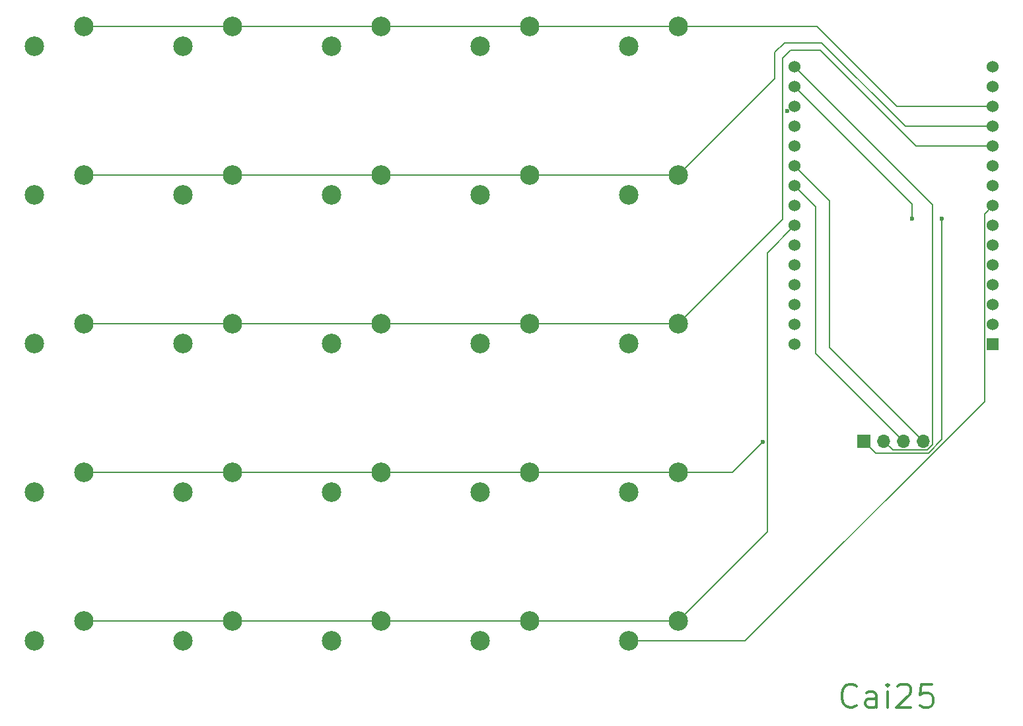
<source format=gbr>
%TF.GenerationSoftware,KiCad,Pcbnew,8.0.6*%
%TF.CreationDate,2024-10-21T09:57:29+07:00*%
%TF.ProjectId,CaiPad25_ESP32,43616950-6164-4323-955f-45535033322e,rev?*%
%TF.SameCoordinates,Original*%
%TF.FileFunction,Copper,L1,Top*%
%TF.FilePolarity,Positive*%
%FSLAX46Y46*%
G04 Gerber Fmt 4.6, Leading zero omitted, Abs format (unit mm)*
G04 Created by KiCad (PCBNEW 8.0.6) date 2024-10-21 09:57:29*
%MOMM*%
%LPD*%
G01*
G04 APERTURE LIST*
%ADD10C,0.300000*%
%TA.AperFunction,NonConductor*%
%ADD11C,0.300000*%
%TD*%
%TA.AperFunction,ComponentPad*%
%ADD12C,2.500000*%
%TD*%
%TA.AperFunction,ComponentPad*%
%ADD13R,1.524000X1.524000*%
%TD*%
%TA.AperFunction,ComponentPad*%
%ADD14C,1.524000*%
%TD*%
%TA.AperFunction,ComponentPad*%
%ADD15R,1.700000X1.700000*%
%TD*%
%TA.AperFunction,ComponentPad*%
%ADD16O,1.700000X1.700000*%
%TD*%
%TA.AperFunction,ViaPad*%
%ADD17C,0.600000*%
%TD*%
%TA.AperFunction,Conductor*%
%ADD18C,0.200000*%
%TD*%
G04 APERTURE END LIST*
D10*
D11*
X149225939Y-129531542D02*
X149083082Y-129674400D01*
X149083082Y-129674400D02*
X148654510Y-129817257D01*
X148654510Y-129817257D02*
X148368796Y-129817257D01*
X148368796Y-129817257D02*
X147940225Y-129674400D01*
X147940225Y-129674400D02*
X147654510Y-129388685D01*
X147654510Y-129388685D02*
X147511653Y-129102971D01*
X147511653Y-129102971D02*
X147368796Y-128531542D01*
X147368796Y-128531542D02*
X147368796Y-128102971D01*
X147368796Y-128102971D02*
X147511653Y-127531542D01*
X147511653Y-127531542D02*
X147654510Y-127245828D01*
X147654510Y-127245828D02*
X147940225Y-126960114D01*
X147940225Y-126960114D02*
X148368796Y-126817257D01*
X148368796Y-126817257D02*
X148654510Y-126817257D01*
X148654510Y-126817257D02*
X149083082Y-126960114D01*
X149083082Y-126960114D02*
X149225939Y-127102971D01*
X151797368Y-129817257D02*
X151797368Y-128245828D01*
X151797368Y-128245828D02*
X151654510Y-127960114D01*
X151654510Y-127960114D02*
X151368796Y-127817257D01*
X151368796Y-127817257D02*
X150797368Y-127817257D01*
X150797368Y-127817257D02*
X150511653Y-127960114D01*
X151797368Y-129674400D02*
X151511653Y-129817257D01*
X151511653Y-129817257D02*
X150797368Y-129817257D01*
X150797368Y-129817257D02*
X150511653Y-129674400D01*
X150511653Y-129674400D02*
X150368796Y-129388685D01*
X150368796Y-129388685D02*
X150368796Y-129102971D01*
X150368796Y-129102971D02*
X150511653Y-128817257D01*
X150511653Y-128817257D02*
X150797368Y-128674400D01*
X150797368Y-128674400D02*
X151511653Y-128674400D01*
X151511653Y-128674400D02*
X151797368Y-128531542D01*
X153225939Y-129817257D02*
X153225939Y-127817257D01*
X153225939Y-126817257D02*
X153083082Y-126960114D01*
X153083082Y-126960114D02*
X153225939Y-127102971D01*
X153225939Y-127102971D02*
X153368796Y-126960114D01*
X153368796Y-126960114D02*
X153225939Y-126817257D01*
X153225939Y-126817257D02*
X153225939Y-127102971D01*
X154511653Y-127102971D02*
X154654510Y-126960114D01*
X154654510Y-126960114D02*
X154940225Y-126817257D01*
X154940225Y-126817257D02*
X155654510Y-126817257D01*
X155654510Y-126817257D02*
X155940225Y-126960114D01*
X155940225Y-126960114D02*
X156083082Y-127102971D01*
X156083082Y-127102971D02*
X156225939Y-127388685D01*
X156225939Y-127388685D02*
X156225939Y-127674400D01*
X156225939Y-127674400D02*
X156083082Y-128102971D01*
X156083082Y-128102971D02*
X154368796Y-129817257D01*
X154368796Y-129817257D02*
X156225939Y-129817257D01*
X158940225Y-126817257D02*
X157511653Y-126817257D01*
X157511653Y-126817257D02*
X157368796Y-128245828D01*
X157368796Y-128245828D02*
X157511653Y-128102971D01*
X157511653Y-128102971D02*
X157797368Y-127960114D01*
X157797368Y-127960114D02*
X158511653Y-127960114D01*
X158511653Y-127960114D02*
X158797368Y-128102971D01*
X158797368Y-128102971D02*
X158940225Y-128245828D01*
X158940225Y-128245828D02*
X159083082Y-128531542D01*
X159083082Y-128531542D02*
X159083082Y-129245828D01*
X159083082Y-129245828D02*
X158940225Y-129531542D01*
X158940225Y-129531542D02*
X158797368Y-129674400D01*
X158797368Y-129674400D02*
X158511653Y-129817257D01*
X158511653Y-129817257D02*
X157797368Y-129817257D01*
X157797368Y-129817257D02*
X157511653Y-129674400D01*
X157511653Y-129674400D02*
X157368796Y-129531542D01*
D12*
%TO.P,S7,1,1*%
%TO.N,Column 1*%
X62865000Y-64135000D03*
%TO.P,S7,2,2*%
%TO.N,Row 1*%
X69215000Y-61595000D03*
%TD*%
%TO.P,S12,1,1*%
%TO.N,Column 1*%
X62865000Y-83185000D03*
%TO.P,S12,2,2*%
%TO.N,Row 2*%
X69215000Y-80645000D03*
%TD*%
%TO.P,S4,1,1*%
%TO.N,Column 3*%
X100965000Y-45085000D03*
%TO.P,S4,2,2*%
%TO.N,Row 0*%
X107315000Y-42545000D03*
%TD*%
%TO.P,S16,1,1*%
%TO.N,Column 0*%
X43815000Y-102235000D03*
%TO.P,S16,2,2*%
%TO.N,Row 3*%
X50165000Y-99695000D03*
%TD*%
%TO.P,S14,1,1*%
%TO.N,Column 3*%
X100965000Y-83185000D03*
%TO.P,S14,2,2*%
%TO.N,Row 2*%
X107315000Y-80645000D03*
%TD*%
%TO.P,S21,1,1*%
%TO.N,Column 0*%
X43815000Y-121285000D03*
%TO.P,S21,2,2*%
%TO.N,Row 4*%
X50165000Y-118745000D03*
%TD*%
%TO.P,S5,1,1*%
%TO.N,Column 4*%
X120015000Y-45085000D03*
%TO.P,S5,2,2*%
%TO.N,Row 0*%
X126365000Y-42545000D03*
%TD*%
%TO.P,S3,1,1*%
%TO.N,Column 2*%
X81915000Y-45085000D03*
%TO.P,S3,2,2*%
%TO.N,Row 0*%
X88265000Y-42545000D03*
%TD*%
%TO.P,S1,1,1*%
%TO.N,Column 0*%
X43815000Y-45085000D03*
%TO.P,S1,2,2*%
%TO.N,Row 0*%
X50165000Y-42545000D03*
%TD*%
%TO.P,S13,1,1*%
%TO.N,Column 2*%
X81915000Y-83185000D03*
%TO.P,S13,2,2*%
%TO.N,Row 2*%
X88265000Y-80645000D03*
%TD*%
%TO.P,S11,1,1*%
%TO.N,Column 0*%
X43815000Y-83185000D03*
%TO.P,S11,2,2*%
%TO.N,Row 2*%
X50165000Y-80645000D03*
%TD*%
%TO.P,S22,1,1*%
%TO.N,Column 1*%
X62865000Y-121285000D03*
%TO.P,S22,2,2*%
%TO.N,Row 4*%
X69215000Y-118745000D03*
%TD*%
%TO.P,S17,1,1*%
%TO.N,Column 1*%
X62865000Y-102235000D03*
%TO.P,S17,2,2*%
%TO.N,Row 3*%
X69215000Y-99695000D03*
%TD*%
%TO.P,S2,1,1*%
%TO.N,Column 1*%
X62865000Y-45085000D03*
%TO.P,S2,2,2*%
%TO.N,Row 0*%
X69215000Y-42545000D03*
%TD*%
%TO.P,S24,1,1*%
%TO.N,Column 3*%
X100965000Y-121285000D03*
%TO.P,S24,2,2*%
%TO.N,Row 4*%
X107315000Y-118745000D03*
%TD*%
%TO.P,S9,1,1*%
%TO.N,Column 3*%
X100965000Y-64135000D03*
%TO.P,S9,2,2*%
%TO.N,Row 1*%
X107315000Y-61595000D03*
%TD*%
%TO.P,S20,1,1*%
%TO.N,Column 4*%
X120015000Y-102235000D03*
%TO.P,S20,2,2*%
%TO.N,Row 3*%
X126365000Y-99695000D03*
%TD*%
%TO.P,S18,1,1*%
%TO.N,Column 2*%
X81915000Y-102235000D03*
%TO.P,S18,2,2*%
%TO.N,Row 3*%
X88265000Y-99695000D03*
%TD*%
%TO.P,S25,1,1*%
%TO.N,Column 4*%
X120015000Y-121285000D03*
%TO.P,S25,2,2*%
%TO.N,Row 4*%
X126365000Y-118745000D03*
%TD*%
%TO.P,S8,1,1*%
%TO.N,Column 2*%
X81915000Y-64135000D03*
%TO.P,S8,2,2*%
%TO.N,Row 1*%
X88265000Y-61595000D03*
%TD*%
%TO.P,S23,1,1*%
%TO.N,Column 2*%
X81915000Y-121285000D03*
%TO.P,S23,2,2*%
%TO.N,Row 4*%
X88265000Y-118745000D03*
%TD*%
D13*
%TO.P,U1,1,EN*%
%TO.N,unconnected-(U1-EN-Pad1)*%
X166714214Y-83274214D03*
D14*
%TO.P,U1,2,SENSOR_VP*%
%TO.N,unconnected-(U1-SENSOR_VP-Pad2)*%
X166714214Y-80734214D03*
%TO.P,U1,3,SENSOR_VN*%
%TO.N,unconnected-(U1-SENSOR_VN-Pad3)*%
X166714214Y-78194214D03*
%TO.P,U1,4,IO34*%
%TO.N,unconnected-(U1-IO34-Pad4)*%
X166714214Y-75654214D03*
%TO.P,U1,5,IO35*%
%TO.N,unconnected-(U1-IO35-Pad5)*%
X166714214Y-73114214D03*
%TO.P,U1,6,IO32*%
%TO.N,unconnected-(U1-IO32-Pad6)*%
X166714214Y-70574214D03*
%TO.P,U1,7,IO33*%
%TO.N,unconnected-(U1-IO33-Pad7)*%
X166714214Y-68034214D03*
%TO.P,U1,8,IO25*%
%TO.N,Column 4*%
X166714214Y-65494214D03*
%TO.P,U1,9,IO26*%
%TO.N,unconnected-(U1-IO26-Pad9)*%
X166714214Y-62954214D03*
%TO.P,U1,10,IO27*%
%TO.N,unconnected-(U1-IO27-Pad10)*%
X166714214Y-60414214D03*
%TO.P,U1,11,IO14*%
%TO.N,Row 2*%
X166714214Y-57874214D03*
%TO.P,U1,12,IO12*%
%TO.N,Row 1*%
X166714214Y-55334214D03*
%TO.P,U1,13,IO13*%
%TO.N,Row 0*%
X166714214Y-52794214D03*
%TO.P,U1,14,GND*%
%TO.N,unconnected-(U1-GND-Pad14)*%
X166714214Y-50254214D03*
%TO.P,U1,15,VIN*%
%TO.N,unconnected-(U1-VIN-Pad15)*%
X166714214Y-47714214D03*
%TO.P,U1,16,3V3*%
%TO.N,Net-(J1-VCC)*%
X141314214Y-47714214D03*
%TO.P,U1,17,GND*%
%TO.N,Net-(J1-GND)*%
X141314214Y-50254214D03*
%TO.P,U1,18,IO15*%
%TO.N,Row 3*%
X141314214Y-52794214D03*
%TO.P,U1,19,IO2*%
%TO.N,unconnected-(U1-IO2-Pad19)*%
X141314214Y-55334214D03*
%TO.P,U1,20,IO4*%
%TO.N,unconnected-(U1-IO4-Pad20)*%
X141314214Y-57874214D03*
%TO.P,U1,21,IO16*%
%TO.N,Net-(J1-SDA)*%
X141314214Y-60414214D03*
%TO.P,U1,22,IO17*%
%TO.N,Net-(J1-SCL)*%
X141314214Y-62954214D03*
%TO.P,U1,23,IO5*%
%TO.N,unconnected-(U1-IO5-Pad23)*%
X141314214Y-65494214D03*
%TO.P,U1,24,IO18*%
%TO.N,Row 4*%
X141314214Y-68034214D03*
%TO.P,U1,25,IO19*%
%TO.N,Column 0*%
X141314214Y-70574214D03*
%TO.P,U1,26,IO21*%
%TO.N,Column 1*%
X141314214Y-73114214D03*
%TO.P,U1,27,RXD0/IO3*%
%TO.N,unconnected-(U1-RXD0{slash}IO3-Pad27)*%
X141314214Y-75654214D03*
%TO.P,U1,28,TXD0/IO1*%
%TO.N,unconnected-(U1-TXD0{slash}IO1-Pad28)*%
X141314214Y-78194214D03*
%TO.P,U1,29,IO22*%
%TO.N,Column 2*%
X141314214Y-80734214D03*
%TO.P,U1,30,IO23*%
%TO.N,Column 3*%
X141314214Y-83274214D03*
%TD*%
D12*
%TO.P,S10,1,1*%
%TO.N,Column 4*%
X120015000Y-64135000D03*
%TO.P,S10,2,2*%
%TO.N,Row 1*%
X126365000Y-61595000D03*
%TD*%
%TO.P,S15,1,1*%
%TO.N,Column 4*%
X120015000Y-83185000D03*
%TO.P,S15,2,2*%
%TO.N,Row 2*%
X126365000Y-80645000D03*
%TD*%
%TO.P,S19,1,1*%
%TO.N,Column 3*%
X100965000Y-102235000D03*
%TO.P,S19,2,2*%
%TO.N,Row 3*%
X107315000Y-99695000D03*
%TD*%
%TO.P,S6,1,1*%
%TO.N,Column 0*%
X43815000Y-64135000D03*
%TO.P,S6,2,2*%
%TO.N,Row 1*%
X50165000Y-61595000D03*
%TD*%
D15*
%TO.P,J1,1,GND*%
%TO.N,Net-(J1-GND)*%
X150190000Y-95670000D03*
D16*
%TO.P,J1,2,VCC*%
%TO.N,Net-(J1-VCC)*%
X152730000Y-95670000D03*
%TO.P,J1,3,SCL*%
%TO.N,Net-(J1-SCL)*%
X155270000Y-95670000D03*
%TO.P,J1,4,SDA*%
%TO.N,Net-(J1-SDA)*%
X157810000Y-95670000D03*
%TD*%
D17*
%TO.N,Net-(J1-GND)*%
X156400000Y-67200000D03*
X160200000Y-67200000D03*
%TO.N,Row 3*%
X137200000Y-95800000D03*
X140400000Y-53400000D03*
%TD*%
D18*
%TO.N,Net-(J1-SDA)*%
X145800000Y-83660000D02*
X145800000Y-64900000D01*
X145800000Y-64900000D02*
X141314214Y-60414214D01*
X157810000Y-95670000D02*
X145800000Y-83660000D01*
%TO.N,Net-(J1-SCL)*%
X144000000Y-65640000D02*
X141314214Y-62954214D01*
X144000000Y-84400000D02*
X144000000Y-65640000D01*
X155270000Y-95670000D02*
X144000000Y-84400000D01*
%TO.N,Net-(J1-VCC)*%
X158286346Y-96820000D02*
X158960000Y-96146346D01*
X158960000Y-65360000D02*
X141314214Y-47714214D01*
X152730000Y-95670000D02*
X153880000Y-96820000D01*
X153880000Y-96820000D02*
X158286346Y-96820000D01*
X158960000Y-96146346D02*
X158960000Y-65360000D01*
%TO.N,Net-(J1-GND)*%
X150190000Y-95670000D02*
X151740000Y-97220000D01*
X158452032Y-97220000D02*
X160200000Y-95472032D01*
X160200000Y-95472032D02*
X160200000Y-67200000D01*
X151740000Y-97220000D02*
X158452032Y-97220000D01*
X156400000Y-65340000D02*
X141314214Y-50254214D01*
X156400000Y-67200000D02*
X156400000Y-65340000D01*
%TO.N,Row 3*%
X126365000Y-99695000D02*
X133305000Y-99695000D01*
X133305000Y-99695000D02*
X137200000Y-95800000D01*
X50165000Y-99695000D02*
X126365000Y-99695000D01*
%TO.N,Row 4*%
X50165000Y-118745000D02*
X126365000Y-118745000D01*
X137800000Y-107310000D02*
X137800000Y-71548428D01*
X137800000Y-71548428D02*
X141314214Y-68034214D01*
X126365000Y-118745000D02*
X137800000Y-107310000D01*
%TO.N,Row 0*%
X154805786Y-52794214D02*
X166714214Y-52794214D01*
X144145000Y-42545000D02*
X154400000Y-52800000D01*
X154800000Y-52800000D02*
X154805786Y-52794214D01*
X126365000Y-42545000D02*
X144145000Y-42545000D01*
X50165000Y-42545000D02*
X126365000Y-42545000D01*
X154400000Y-52800000D02*
X154800000Y-52800000D01*
%TO.N,Column 4*%
X165652214Y-90585504D02*
X165652214Y-66556214D01*
X165652214Y-66556214D02*
X166714214Y-65494214D01*
X120015000Y-121285000D02*
X134952718Y-121285000D01*
X134952718Y-121285000D02*
X165652214Y-90585504D01*
%TO.N,Row 2*%
X144600000Y-45600000D02*
X156874214Y-57874214D01*
X50165000Y-80645000D02*
X126365000Y-80645000D01*
X139800000Y-67210000D02*
X139800000Y-46600000D01*
X139800000Y-46600000D02*
X140800000Y-45600000D01*
X140800000Y-45600000D02*
X144600000Y-45600000D01*
X156874214Y-57874214D02*
X166714214Y-57874214D01*
X126365000Y-80645000D02*
X139800000Y-67210000D01*
%TO.N,Row 1*%
X155534214Y-55334214D02*
X166714214Y-55334214D01*
X138767786Y-49192214D02*
X138767786Y-45832214D01*
X144800000Y-44600000D02*
X155534214Y-55334214D01*
X50165000Y-61595000D02*
X126365000Y-61595000D01*
X140000000Y-44600000D02*
X144800000Y-44600000D01*
X126365000Y-61595000D02*
X138767786Y-49192214D01*
X138767786Y-45832214D02*
X140000000Y-44600000D01*
%TD*%
M02*

</source>
